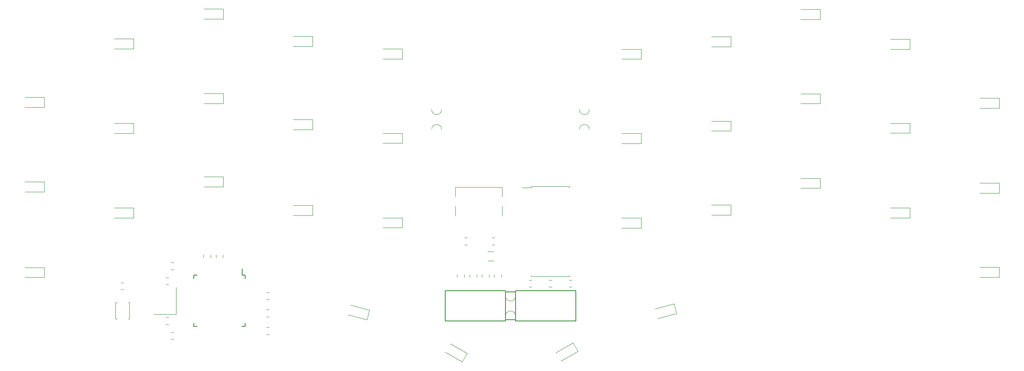
<source format=gbr>
%TF.GenerationSoftware,KiCad,Pcbnew,5.1.6*%
%TF.CreationDate,2020-08-13T18:56:40+01:00*%
%TF.ProjectId,ferris,66657272-6973-42e6-9b69-6361645f7063,rev?*%
%TF.SameCoordinates,Original*%
%TF.FileFunction,Legend,Top*%
%TF.FilePolarity,Positive*%
%FSLAX46Y46*%
G04 Gerber Fmt 4.6, Leading zero omitted, Abs format (unit mm)*
G04 Created by KiCad (PCBNEW 5.1.6) date 2020-08-13 18:56:40*
%MOMM*%
%LPD*%
G01*
G04 APERTURE LIST*
%ADD10C,0.100000*%
%ADD11C,0.120000*%
%ADD12C,0.150000*%
G04 APERTURE END LIST*
D10*
%TO.C,mouse-bite-2mm-slot*%
X104150000Y-40500000D02*
G75*
G03*
X102150000Y-40500000I-1000000J0D01*
G01*
X102150000Y-36500000D02*
G75*
G03*
X104150000Y-36500000I1000000J0D01*
G01*
X133850000Y-40500000D02*
G75*
G03*
X131850000Y-40500000I-1000000J0D01*
G01*
X131850000Y-36500000D02*
G75*
G03*
X133850000Y-36500000I1000000J0D01*
G01*
D11*
%TO.C,Y1*%
X50750000Y-77700000D02*
X50750000Y-72300000D01*
X46250000Y-77700000D02*
X50750000Y-77700000D01*
D10*
%TO.C,mouse-bite-2mm-slot*%
X117000000Y-74030000D02*
G75*
G03*
X119000000Y-74030000I1000000J0D01*
G01*
X119000000Y-78030000D02*
G75*
G03*
X117000000Y-78030000I-1000000J0D01*
G01*
D11*
%TO.C,J1*%
X116340000Y-52110000D02*
X106940000Y-52110000D01*
X106940000Y-57910000D02*
X106940000Y-55910000D01*
X106940000Y-54010000D02*
X106940000Y-52110000D01*
X116340000Y-57910000D02*
X116340000Y-55910000D01*
X116340000Y-54010000D02*
X116340000Y-52110000D01*
%TO.C,F1*%
X113397936Y-65090000D02*
X114602064Y-65090000D01*
X113397936Y-66910000D02*
X114602064Y-66910000D01*
%TO.C,R9*%
X125738748Y-72210000D02*
X126261252Y-72210000D01*
X125738748Y-70790000D02*
X126261252Y-70790000D01*
%TO.C,C10*%
X121738748Y-72210000D02*
X122261252Y-72210000D01*
X121738748Y-70790000D02*
X122261252Y-70790000D01*
D12*
%TO.C,U1*%
X64100000Y-69825000D02*
X64100000Y-68550000D01*
X64675000Y-80175000D02*
X64675000Y-79500000D01*
X54325000Y-80175000D02*
X54325000Y-79500000D01*
X54325000Y-69825000D02*
X54325000Y-70500000D01*
X64675000Y-69825000D02*
X64675000Y-70500000D01*
X54325000Y-69825000D02*
X55000000Y-69825000D01*
X54325000Y-80175000D02*
X55000000Y-80175000D01*
X64675000Y-80175000D02*
X64000000Y-80175000D01*
X64675000Y-69825000D02*
X64100000Y-69825000D01*
%TO.C,Jack1*%
X119000000Y-72950000D02*
X119000000Y-79050000D01*
X131100000Y-72950000D02*
X131100000Y-79050000D01*
X119000000Y-72950000D02*
X131100000Y-72950000D01*
X119000000Y-79050000D02*
X131100000Y-79050000D01*
X119000000Y-73200000D02*
X117000000Y-73200000D01*
X119000000Y-78800000D02*
X117000000Y-78800000D01*
X117000000Y-73200000D02*
X117000000Y-78800000D01*
D11*
%TO.C,D1_6*%
X162250000Y-40800000D02*
X162250000Y-38800000D01*
X162250000Y-38800000D02*
X158350000Y-38800000D01*
X162250000Y-40800000D02*
X158350000Y-40800000D01*
%TO.C,D0_7*%
X180250000Y-18300000D02*
X180250000Y-16300000D01*
X180250000Y-16300000D02*
X176350000Y-16300000D01*
X180250000Y-18300000D02*
X176350000Y-18300000D01*
%TO.C,D2_5*%
X144250000Y-60300000D02*
X144250000Y-58300000D01*
X144250000Y-58300000D02*
X140350000Y-58300000D01*
X144250000Y-60300000D02*
X140350000Y-60300000D01*
%TO.C,D0_5*%
X144250000Y-26300000D02*
X144250000Y-24300000D01*
X144250000Y-24300000D02*
X140350000Y-24300000D01*
X144250000Y-26300000D02*
X140350000Y-26300000D01*
%TO.C,D3_5*%
X131548557Y-85141025D02*
X130548557Y-83408975D01*
X130548557Y-83408975D02*
X127171058Y-85358975D01*
X131548557Y-85141025D02*
X128171058Y-87091025D01*
%TO.C,D1_9*%
X216250000Y-53300000D02*
X216250000Y-51300000D01*
X216250000Y-51300000D02*
X212350000Y-51300000D01*
X216250000Y-53300000D02*
X212350000Y-53300000D01*
%TO.C,C9*%
X130261252Y-72210000D02*
X129738748Y-72210000D01*
X130261252Y-70790000D02*
X129738748Y-70790000D01*
%TO.C,D0_6*%
X162250000Y-23800000D02*
X162250000Y-21800000D01*
X162250000Y-21800000D02*
X158350000Y-21800000D01*
X162250000Y-23800000D02*
X158350000Y-23800000D01*
%TO.C,D3_6*%
X151332152Y-77483583D02*
X150814514Y-75551731D01*
X150814514Y-75551731D02*
X147047403Y-76561126D01*
X151332152Y-77483583D02*
X147565041Y-78492977D01*
%TO.C,D2_8*%
X198250000Y-58300000D02*
X198250000Y-56300000D01*
X198250000Y-56300000D02*
X194350000Y-56300000D01*
X198250000Y-58300000D02*
X194350000Y-58300000D01*
%TO.C,D0_8*%
X198250000Y-24300000D02*
X198250000Y-22300000D01*
X198250000Y-22300000D02*
X194350000Y-22300000D01*
X198250000Y-24300000D02*
X194350000Y-24300000D01*
%TO.C,D0_9*%
X216250000Y-36200000D02*
X216250000Y-34200000D01*
X216250000Y-34200000D02*
X212350000Y-34200000D01*
X216250000Y-36200000D02*
X212350000Y-36200000D01*
%TO.C,D2_6*%
X162250000Y-57700000D02*
X162250000Y-55700000D01*
X162250000Y-55700000D02*
X158350000Y-55700000D01*
X162250000Y-57700000D02*
X158350000Y-57700000D01*
%TO.C,D1_7*%
X180250000Y-35300000D02*
X180250000Y-33300000D01*
X180250000Y-33300000D02*
X176350000Y-33300000D01*
X180250000Y-35300000D02*
X176350000Y-35300000D01*
%TO.C,U2*%
X126000000Y-70100000D02*
X129860000Y-70100000D01*
X129860000Y-70100000D02*
X129860000Y-69855000D01*
X126000000Y-70100000D02*
X122140000Y-70100000D01*
X122140000Y-70100000D02*
X122140000Y-69855000D01*
X126000000Y-51980000D02*
X129860000Y-51980000D01*
X129860000Y-51980000D02*
X129860000Y-52225000D01*
X126000000Y-51980000D02*
X122140000Y-51980000D01*
X122140000Y-51980000D02*
X122140000Y-52225000D01*
X122140000Y-52225000D02*
X120325000Y-52225000D01*
%TO.C,D1_8*%
X198250000Y-41200000D02*
X198250000Y-39200000D01*
X198250000Y-39200000D02*
X194350000Y-39200000D01*
X198250000Y-41200000D02*
X194350000Y-41200000D01*
%TO.C,D2_7*%
X180250000Y-52300000D02*
X180250000Y-50300000D01*
X180250000Y-50300000D02*
X176350000Y-50300000D01*
X180250000Y-52300000D02*
X176350000Y-52300000D01*
%TO.C,D2_9*%
X216250000Y-70200000D02*
X216250000Y-68200000D01*
X216250000Y-68200000D02*
X212350000Y-68200000D01*
X216250000Y-70200000D02*
X212350000Y-70200000D01*
%TO.C,D1_5*%
X144250000Y-43300000D02*
X144250000Y-41300000D01*
X144250000Y-41300000D02*
X140350000Y-41300000D01*
X144250000Y-43300000D02*
X140350000Y-43300000D01*
%TO.C,SW1*%
X41100000Y-78650000D02*
X41400000Y-78650000D01*
X41400000Y-78650000D02*
X41400000Y-75350000D01*
X41400000Y-75350000D02*
X41100000Y-75350000D01*
X38900000Y-78650000D02*
X38600000Y-78650000D01*
X38600000Y-78650000D02*
X38600000Y-75350000D01*
X38600000Y-75350000D02*
X38900000Y-75350000D01*
%TO.C,D3_4*%
X108288557Y-87271025D02*
X109288557Y-85538975D01*
X109288557Y-85538975D02*
X105911058Y-83588975D01*
X108288557Y-87271025D02*
X104911058Y-85321025D01*
%TO.C,D3_3*%
X89094514Y-78758269D02*
X89612152Y-76826417D01*
X89612152Y-76826417D02*
X85845041Y-75817023D01*
X89094514Y-78758269D02*
X85327403Y-77748874D01*
%TO.C,D2_4*%
X96250000Y-60250000D02*
X96250000Y-58250000D01*
X96250000Y-58250000D02*
X92350000Y-58250000D01*
X96250000Y-60250000D02*
X92350000Y-60250000D01*
%TO.C,D2_3*%
X78250000Y-57750000D02*
X78250000Y-55750000D01*
X78250000Y-55750000D02*
X74350000Y-55750000D01*
X78250000Y-57750000D02*
X74350000Y-57750000D01*
%TO.C,D2_2*%
X60250000Y-52000000D02*
X60250000Y-50000000D01*
X60250000Y-50000000D02*
X56350000Y-50000000D01*
X60250000Y-52000000D02*
X56350000Y-52000000D01*
%TO.C,D2_1*%
X42250000Y-58250000D02*
X42250000Y-56250000D01*
X42250000Y-56250000D02*
X38350000Y-56250000D01*
X42250000Y-58250000D02*
X38350000Y-58250000D01*
%TO.C,D2_0*%
X24250000Y-70250000D02*
X24250000Y-68250000D01*
X24250000Y-68250000D02*
X20350000Y-68250000D01*
X24250000Y-70250000D02*
X20350000Y-70250000D01*
%TO.C,D1_4*%
X96250000Y-43250000D02*
X96250000Y-41250000D01*
X96250000Y-41250000D02*
X92350000Y-41250000D01*
X96250000Y-43250000D02*
X92350000Y-43250000D01*
%TO.C,D1_3*%
X78250000Y-40500000D02*
X78250000Y-38500000D01*
X78250000Y-38500000D02*
X74350000Y-38500000D01*
X78250000Y-40500000D02*
X74350000Y-40500000D01*
%TO.C,D1_2*%
X60250000Y-35250000D02*
X60250000Y-33250000D01*
X60250000Y-33250000D02*
X56350000Y-33250000D01*
X60250000Y-35250000D02*
X56350000Y-35250000D01*
%TO.C,D1_1*%
X42250000Y-41250000D02*
X42250000Y-39250000D01*
X42250000Y-39250000D02*
X38350000Y-39250000D01*
X42250000Y-41250000D02*
X38350000Y-41250000D01*
%TO.C,D1_0*%
X24250000Y-53000000D02*
X24250000Y-51000000D01*
X24250000Y-51000000D02*
X20350000Y-51000000D01*
X24250000Y-53000000D02*
X20350000Y-53000000D01*
%TO.C,D0_4*%
X96250000Y-26250000D02*
X96250000Y-24250000D01*
X96250000Y-24250000D02*
X92350000Y-24250000D01*
X96250000Y-26250000D02*
X92350000Y-26250000D01*
%TO.C,D0_3*%
X78250000Y-23750000D02*
X78250000Y-21750000D01*
X78250000Y-21750000D02*
X74350000Y-21750000D01*
X78250000Y-23750000D02*
X74350000Y-23750000D01*
%TO.C,D0_2*%
X60250000Y-18250000D02*
X60250000Y-16250000D01*
X60250000Y-16250000D02*
X56350000Y-16250000D01*
X60250000Y-18250000D02*
X56350000Y-18250000D01*
%TO.C,D0_1*%
X42250000Y-24250000D02*
X42250000Y-22250000D01*
X42250000Y-22250000D02*
X38350000Y-22250000D01*
X42250000Y-24250000D02*
X38350000Y-24250000D01*
%TO.C,D0_0*%
X24250000Y-36000000D02*
X24250000Y-34000000D01*
X24250000Y-34000000D02*
X20350000Y-34000000D01*
X24250000Y-36000000D02*
X20350000Y-36000000D01*
%TO.C,C3*%
X50261252Y-81290000D02*
X49738748Y-81290000D01*
X50261252Y-82710000D02*
X49738748Y-82710000D01*
%TO.C,R8*%
X114690000Y-69738748D02*
X114690000Y-70261252D01*
X116110000Y-69738748D02*
X116110000Y-70261252D01*
%TO.C,R7*%
X113680000Y-70261252D02*
X113680000Y-69738748D01*
X112260000Y-70261252D02*
X112260000Y-69738748D01*
%TO.C,R6*%
X108738748Y-63710000D02*
X109261252Y-63710000D01*
X108738748Y-62290000D02*
X109261252Y-62290000D01*
%TO.C,R5*%
X114761252Y-62290000D02*
X114238748Y-62290000D01*
X114761252Y-63710000D02*
X114238748Y-63710000D01*
%TO.C,R4*%
X108710000Y-70261252D02*
X108710000Y-69738748D01*
X107290000Y-70261252D02*
X107290000Y-69738748D01*
%TO.C,R3*%
X111240000Y-70261252D02*
X111240000Y-69738748D01*
X109820000Y-70261252D02*
X109820000Y-69738748D01*
%TO.C,R2*%
X69421252Y-80290000D02*
X68898748Y-80290000D01*
X69421252Y-81710000D02*
X68898748Y-81710000D01*
%TO.C,R1*%
X39713748Y-72710000D02*
X40236252Y-72710000D01*
X39713748Y-71290000D02*
X40236252Y-71290000D01*
%TO.C,C8*%
X60210000Y-66261252D02*
X60210000Y-65738748D01*
X58790000Y-66261252D02*
X58790000Y-65738748D01*
%TO.C,C7*%
X69471252Y-73290000D02*
X68948748Y-73290000D01*
X69471252Y-74710000D02*
X68948748Y-74710000D01*
%TO.C,C6*%
X69441252Y-76790000D02*
X68918748Y-76790000D01*
X69441252Y-78210000D02*
X68918748Y-78210000D01*
%TO.C,C5*%
X50261252Y-67290000D02*
X49738748Y-67290000D01*
X50261252Y-68710000D02*
X49738748Y-68710000D01*
%TO.C,C4*%
X57710000Y-66286252D02*
X57710000Y-65763748D01*
X56290000Y-66286252D02*
X56290000Y-65763748D01*
%TO.C,C2*%
X49261252Y-70290000D02*
X48738748Y-70290000D01*
X49261252Y-71710000D02*
X48738748Y-71710000D01*
%TO.C,C1*%
X49261252Y-78290000D02*
X48738748Y-78290000D01*
X49261252Y-79710000D02*
X48738748Y-79710000D01*
D12*
%TO.C,Jack0*%
X117000000Y-79050000D02*
X117000000Y-72950000D01*
X104900000Y-79050000D02*
X104900000Y-72950000D01*
X117000000Y-79050000D02*
X104900000Y-79050000D01*
X117000000Y-72950000D02*
X104900000Y-72950000D01*
X117000000Y-78800000D02*
X119000000Y-78800000D01*
X117000000Y-73200000D02*
X119000000Y-73200000D01*
X119000000Y-78800000D02*
X119000000Y-73200000D01*
%TD*%
M02*

</source>
